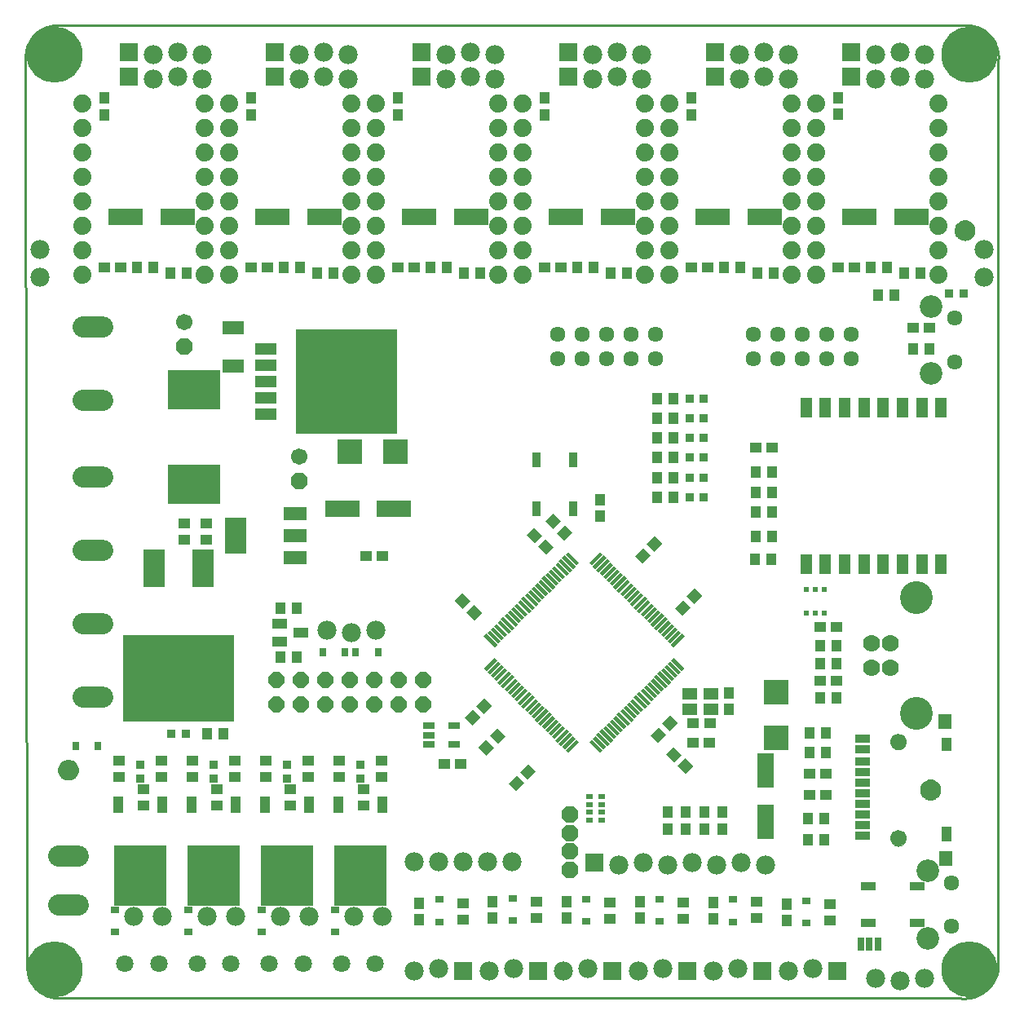
<source format=gts>
G75*
G70*
%OFA0B0*%
%FSLAX24Y24*%
%IPPOS*%
%LPD*%
%AMOC8*
5,1,8,0,0,1.08239X$1,22.5*
%
%ADD10C,0.0100*%
%ADD11R,0.0146X0.0631*%
%ADD12R,0.0631X0.0146*%
%ADD13R,0.0591X0.0512*%
%ADD14R,0.0473X0.0434*%
%ADD15R,0.0434X0.0473*%
%ADD16R,0.0640X0.0340*%
%ADD17R,0.0355X0.0355*%
%ADD18R,0.0340X0.0640*%
%ADD19C,0.0700*%
%ADD20C,0.1340*%
%ADD21R,0.0237X0.0237*%
%ADD22C,0.0634*%
%ADD23R,0.0367X0.0288*%
%ADD24R,0.1040X0.1040*%
%ADD25R,0.4138X0.4292*%
%ADD26R,0.0890X0.0460*%
%ADD27R,0.2166X0.1615*%
%ADD28R,0.0867X0.0540*%
%ADD29OC8,0.0670*%
%ADD30C,0.0670*%
%ADD31R,0.0512X0.0827*%
%ADD32C,0.0926*%
%ADD33C,0.0780*%
%ADD34R,0.0571X0.0631*%
%ADD35R,0.0434X0.0591*%
%ADD36R,0.0434X0.0552*%
%ADD37R,0.0631X0.0335*%
%ADD38C,0.0000*%
%ADD39C,0.0670*%
%ADD40R,0.0780X0.0780*%
%ADD41C,0.0740*%
%ADD42R,0.1418X0.0670*%
%ADD43R,0.0860X0.1540*%
%ADD44R,0.4540X0.3540*%
%ADD45C,0.0865*%
%ADD46C,0.0050*%
%ADD47R,0.2166X0.2481*%
%ADD48R,0.0434X0.0670*%
%ADD49C,0.0709*%
%ADD50R,0.0920X0.0520*%
%ADD51R,0.0906X0.1457*%
%ADD52R,0.0296X0.0237*%
%ADD53R,0.0591X0.0434*%
%ADD54R,0.0288X0.0367*%
%ADD55OC8,0.0640*%
%ADD56R,0.0512X0.0257*%
%ADD57R,0.0290X0.0540*%
%ADD58R,0.0670X0.1418*%
%ADD59C,0.2290*%
D10*
X002393Y001821D02*
X002330Y038999D01*
X002331Y038998D02*
X002328Y039067D01*
X002329Y039135D01*
X002334Y039203D01*
X002343Y039271D01*
X002355Y039339D01*
X002371Y039405D01*
X002390Y039471D01*
X002413Y039535D01*
X002440Y039599D01*
X002470Y039660D01*
X002503Y039720D01*
X002539Y039778D01*
X002578Y039834D01*
X002621Y039888D01*
X002666Y039939D01*
X002714Y039988D01*
X002764Y040034D01*
X002817Y040078D01*
X002873Y040118D01*
X002930Y040156D01*
X002989Y040190D01*
X003050Y040221D01*
X003113Y040249D01*
X003177Y040273D01*
X003242Y040294D01*
X003308Y040311D01*
X003375Y040324D01*
X003443Y040334D01*
X003511Y040340D01*
X003511Y040341D02*
X040913Y040341D01*
X040983Y040333D01*
X041052Y040321D01*
X041121Y040306D01*
X041188Y040287D01*
X041255Y040264D01*
X041320Y040238D01*
X041384Y040208D01*
X041446Y040175D01*
X041506Y040138D01*
X041564Y040098D01*
X041619Y040056D01*
X041673Y040010D01*
X041724Y039961D01*
X041772Y039910D01*
X041817Y039856D01*
X041859Y039800D01*
X041898Y039741D01*
X041934Y039681D01*
X041967Y039619D01*
X041996Y039555D01*
X042022Y039489D01*
X042044Y039423D01*
X042062Y039355D01*
X042077Y039286D01*
X042088Y039217D01*
X042095Y039147D01*
X042099Y039077D01*
X042098Y039006D01*
X042094Y038936D01*
X042094Y001759D01*
X042095Y001759D02*
X042081Y001685D01*
X042063Y001613D01*
X042042Y001541D01*
X042016Y001471D01*
X041988Y001402D01*
X041955Y001334D01*
X041919Y001269D01*
X041880Y001205D01*
X041837Y001144D01*
X041792Y001085D01*
X041743Y001028D01*
X041691Y000974D01*
X041637Y000923D01*
X041580Y000874D01*
X041520Y000829D01*
X041459Y000787D01*
X041395Y000748D01*
X041329Y000712D01*
X041261Y000680D01*
X041192Y000652D01*
X041122Y000627D01*
X041050Y000606D01*
X040977Y000589D01*
X040904Y000576D01*
X040829Y000566D01*
X040755Y000561D01*
X040680Y000559D01*
X040605Y000561D01*
X040531Y000567D01*
X040457Y000577D01*
X040456Y000578D02*
X003699Y000578D01*
X003698Y000577D02*
X003629Y000578D01*
X003560Y000581D01*
X003492Y000589D01*
X003424Y000600D01*
X003356Y000615D01*
X003290Y000634D01*
X003224Y000656D01*
X003160Y000682D01*
X003098Y000711D01*
X003037Y000744D01*
X002978Y000779D01*
X002921Y000818D01*
X002866Y000860D01*
X002813Y000905D01*
X002763Y000953D01*
X002716Y001003D01*
X002671Y001056D01*
X002630Y001111D01*
X002591Y001168D01*
X002555Y001227D01*
X002523Y001288D01*
X002494Y001351D01*
X002469Y001415D01*
X002447Y001481D01*
X002429Y001547D01*
X002414Y001615D01*
X002403Y001683D01*
X002396Y001752D01*
X002392Y001821D01*
D11*
G36*
X021611Y015023D02*
X021508Y014920D01*
X021063Y015365D01*
X021166Y015468D01*
X021611Y015023D01*
G37*
G36*
X021750Y015162D02*
X021647Y015059D01*
X021202Y015504D01*
X021305Y015607D01*
X021750Y015162D01*
G37*
G36*
X021889Y015301D02*
X021786Y015198D01*
X021341Y015643D01*
X021444Y015746D01*
X021889Y015301D01*
G37*
G36*
X022028Y015441D02*
X021925Y015338D01*
X021480Y015783D01*
X021583Y015886D01*
X022028Y015441D01*
G37*
G36*
X022168Y015580D02*
X022065Y015477D01*
X021620Y015922D01*
X021723Y016025D01*
X022168Y015580D01*
G37*
G36*
X022307Y015719D02*
X022204Y015616D01*
X021759Y016061D01*
X021862Y016164D01*
X022307Y015719D01*
G37*
G36*
X022446Y015858D02*
X022343Y015755D01*
X021898Y016200D01*
X022001Y016303D01*
X022446Y015858D01*
G37*
G36*
X022585Y015997D02*
X022482Y015894D01*
X022037Y016339D01*
X022140Y016442D01*
X022585Y015997D01*
G37*
G36*
X022724Y016137D02*
X022621Y016034D01*
X022176Y016479D01*
X022279Y016582D01*
X022724Y016137D01*
G37*
G36*
X022864Y016276D02*
X022761Y016173D01*
X022316Y016618D01*
X022419Y016721D01*
X022864Y016276D01*
G37*
G36*
X023003Y016415D02*
X022900Y016312D01*
X022455Y016757D01*
X022558Y016860D01*
X023003Y016415D01*
G37*
G36*
X023142Y016554D02*
X023039Y016451D01*
X022594Y016896D01*
X022697Y016999D01*
X023142Y016554D01*
G37*
G36*
X023281Y016693D02*
X023178Y016590D01*
X022733Y017035D01*
X022836Y017138D01*
X023281Y016693D01*
G37*
G36*
X023420Y016833D02*
X023317Y016730D01*
X022872Y017175D01*
X022975Y017278D01*
X023420Y016833D01*
G37*
G36*
X023560Y016972D02*
X023457Y016869D01*
X023012Y017314D01*
X023115Y017417D01*
X023560Y016972D01*
G37*
G36*
X023699Y017111D02*
X023596Y017008D01*
X023151Y017453D01*
X023254Y017556D01*
X023699Y017111D01*
G37*
G36*
X023838Y017250D02*
X023735Y017147D01*
X023290Y017592D01*
X023393Y017695D01*
X023838Y017250D01*
G37*
G36*
X023977Y017389D02*
X023874Y017286D01*
X023429Y017731D01*
X023532Y017834D01*
X023977Y017389D01*
G37*
G36*
X024116Y017529D02*
X024013Y017426D01*
X023568Y017871D01*
X023671Y017974D01*
X024116Y017529D01*
G37*
G36*
X024255Y017668D02*
X024152Y017565D01*
X023707Y018010D01*
X023810Y018113D01*
X024255Y017668D01*
G37*
G36*
X024395Y017807D02*
X024292Y017704D01*
X023847Y018149D01*
X023950Y018252D01*
X024395Y017807D01*
G37*
G36*
X024534Y017946D02*
X024431Y017843D01*
X023986Y018288D01*
X024089Y018391D01*
X024534Y017946D01*
G37*
G36*
X024673Y018085D02*
X024570Y017982D01*
X024125Y018427D01*
X024228Y018530D01*
X024673Y018085D01*
G37*
G36*
X024812Y018225D02*
X024709Y018122D01*
X024264Y018567D01*
X024367Y018670D01*
X024812Y018225D01*
G37*
G36*
X024951Y018364D02*
X024848Y018261D01*
X024403Y018706D01*
X024506Y018809D01*
X024951Y018364D01*
G37*
G36*
X029266Y014049D02*
X029163Y013946D01*
X028718Y014391D01*
X028821Y014494D01*
X029266Y014049D01*
G37*
G36*
X029127Y013910D02*
X029024Y013807D01*
X028579Y014252D01*
X028682Y014355D01*
X029127Y013910D01*
G37*
G36*
X028988Y013770D02*
X028885Y013667D01*
X028440Y014112D01*
X028543Y014215D01*
X028988Y013770D01*
G37*
G36*
X028849Y013631D02*
X028746Y013528D01*
X028301Y013973D01*
X028404Y014076D01*
X028849Y013631D01*
G37*
G36*
X028710Y013492D02*
X028607Y013389D01*
X028162Y013834D01*
X028265Y013937D01*
X028710Y013492D01*
G37*
G36*
X028571Y013353D02*
X028468Y013250D01*
X028023Y013695D01*
X028126Y013798D01*
X028571Y013353D01*
G37*
G36*
X028431Y013214D02*
X028328Y013111D01*
X027883Y013556D01*
X027986Y013659D01*
X028431Y013214D01*
G37*
G36*
X028292Y013074D02*
X028189Y012971D01*
X027744Y013416D01*
X027847Y013519D01*
X028292Y013074D01*
G37*
G36*
X028153Y012935D02*
X028050Y012832D01*
X027605Y013277D01*
X027708Y013380D01*
X028153Y012935D01*
G37*
G36*
X028014Y012796D02*
X027911Y012693D01*
X027466Y013138D01*
X027569Y013241D01*
X028014Y012796D01*
G37*
G36*
X027875Y012657D02*
X027772Y012554D01*
X027327Y012999D01*
X027430Y013102D01*
X027875Y012657D01*
G37*
G36*
X027735Y012518D02*
X027632Y012415D01*
X027187Y012860D01*
X027290Y012963D01*
X027735Y012518D01*
G37*
G36*
X027596Y012378D02*
X027493Y012275D01*
X027048Y012720D01*
X027151Y012823D01*
X027596Y012378D01*
G37*
G36*
X027457Y012239D02*
X027354Y012136D01*
X026909Y012581D01*
X027012Y012684D01*
X027457Y012239D01*
G37*
G36*
X027318Y012100D02*
X027215Y011997D01*
X026770Y012442D01*
X026873Y012545D01*
X027318Y012100D01*
G37*
G36*
X027179Y011961D02*
X027076Y011858D01*
X026631Y012303D01*
X026734Y012406D01*
X027179Y011961D01*
G37*
G36*
X027039Y011822D02*
X026936Y011719D01*
X026491Y012164D01*
X026594Y012267D01*
X027039Y011822D01*
G37*
G36*
X026900Y011682D02*
X026797Y011579D01*
X026352Y012024D01*
X026455Y012127D01*
X026900Y011682D01*
G37*
G36*
X026761Y011543D02*
X026658Y011440D01*
X026213Y011885D01*
X026316Y011988D01*
X026761Y011543D01*
G37*
G36*
X026622Y011404D02*
X026519Y011301D01*
X026074Y011746D01*
X026177Y011849D01*
X026622Y011404D01*
G37*
G36*
X026483Y011265D02*
X026380Y011162D01*
X025935Y011607D01*
X026038Y011710D01*
X026483Y011265D01*
G37*
G36*
X026343Y011126D02*
X026240Y011023D01*
X025795Y011468D01*
X025898Y011571D01*
X026343Y011126D01*
G37*
G36*
X026204Y010986D02*
X026101Y010883D01*
X025656Y011328D01*
X025759Y011431D01*
X026204Y010986D01*
G37*
G36*
X026065Y010847D02*
X025962Y010744D01*
X025517Y011189D01*
X025620Y011292D01*
X026065Y010847D01*
G37*
G36*
X025926Y010708D02*
X025823Y010605D01*
X025378Y011050D01*
X025481Y011153D01*
X025926Y010708D01*
G37*
D12*
G36*
X024951Y011050D02*
X024506Y010605D01*
X024403Y010708D01*
X024848Y011153D01*
X024951Y011050D01*
G37*
G36*
X024812Y011189D02*
X024367Y010744D01*
X024264Y010847D01*
X024709Y011292D01*
X024812Y011189D01*
G37*
G36*
X024673Y011328D02*
X024228Y010883D01*
X024125Y010986D01*
X024570Y011431D01*
X024673Y011328D01*
G37*
G36*
X024534Y011468D02*
X024089Y011023D01*
X023986Y011126D01*
X024431Y011571D01*
X024534Y011468D01*
G37*
G36*
X024395Y011607D02*
X023950Y011162D01*
X023847Y011265D01*
X024292Y011710D01*
X024395Y011607D01*
G37*
G36*
X024255Y011746D02*
X023810Y011301D01*
X023707Y011404D01*
X024152Y011849D01*
X024255Y011746D01*
G37*
G36*
X024116Y011885D02*
X023671Y011440D01*
X023568Y011543D01*
X024013Y011988D01*
X024116Y011885D01*
G37*
G36*
X023977Y012024D02*
X023532Y011579D01*
X023429Y011682D01*
X023874Y012127D01*
X023977Y012024D01*
G37*
G36*
X023838Y012164D02*
X023393Y011719D01*
X023290Y011822D01*
X023735Y012267D01*
X023838Y012164D01*
G37*
G36*
X023699Y012303D02*
X023254Y011858D01*
X023151Y011961D01*
X023596Y012406D01*
X023699Y012303D01*
G37*
G36*
X023560Y012442D02*
X023115Y011997D01*
X023012Y012100D01*
X023457Y012545D01*
X023560Y012442D01*
G37*
G36*
X023420Y012581D02*
X022975Y012136D01*
X022872Y012239D01*
X023317Y012684D01*
X023420Y012581D01*
G37*
G36*
X023281Y012720D02*
X022836Y012275D01*
X022733Y012378D01*
X023178Y012823D01*
X023281Y012720D01*
G37*
G36*
X023142Y012860D02*
X022697Y012415D01*
X022594Y012518D01*
X023039Y012963D01*
X023142Y012860D01*
G37*
G36*
X023003Y012999D02*
X022558Y012554D01*
X022455Y012657D01*
X022900Y013102D01*
X023003Y012999D01*
G37*
G36*
X022864Y013138D02*
X022419Y012693D01*
X022316Y012796D01*
X022761Y013241D01*
X022864Y013138D01*
G37*
G36*
X022724Y013277D02*
X022279Y012832D01*
X022176Y012935D01*
X022621Y013380D01*
X022724Y013277D01*
G37*
G36*
X022585Y013416D02*
X022140Y012971D01*
X022037Y013074D01*
X022482Y013519D01*
X022585Y013416D01*
G37*
G36*
X022446Y013556D02*
X022001Y013111D01*
X021898Y013214D01*
X022343Y013659D01*
X022446Y013556D01*
G37*
G36*
X022307Y013695D02*
X021862Y013250D01*
X021759Y013353D01*
X022204Y013798D01*
X022307Y013695D01*
G37*
G36*
X022168Y013834D02*
X021723Y013389D01*
X021620Y013492D01*
X022065Y013937D01*
X022168Y013834D01*
G37*
G36*
X022028Y013973D02*
X021583Y013528D01*
X021480Y013631D01*
X021925Y014076D01*
X022028Y013973D01*
G37*
G36*
X021889Y014112D02*
X021444Y013667D01*
X021341Y013770D01*
X021786Y014215D01*
X021889Y014112D01*
G37*
G36*
X021750Y014252D02*
X021305Y013807D01*
X021202Y013910D01*
X021647Y014355D01*
X021750Y014252D01*
G37*
G36*
X021611Y014391D02*
X021166Y013946D01*
X021063Y014049D01*
X021508Y014494D01*
X021611Y014391D01*
G37*
G36*
X025926Y018706D02*
X025481Y018261D01*
X025378Y018364D01*
X025823Y018809D01*
X025926Y018706D01*
G37*
G36*
X026065Y018567D02*
X025620Y018122D01*
X025517Y018225D01*
X025962Y018670D01*
X026065Y018567D01*
G37*
G36*
X026204Y018427D02*
X025759Y017982D01*
X025656Y018085D01*
X026101Y018530D01*
X026204Y018427D01*
G37*
G36*
X026343Y018288D02*
X025898Y017843D01*
X025795Y017946D01*
X026240Y018391D01*
X026343Y018288D01*
G37*
G36*
X026483Y018149D02*
X026038Y017704D01*
X025935Y017807D01*
X026380Y018252D01*
X026483Y018149D01*
G37*
G36*
X026622Y018010D02*
X026177Y017565D01*
X026074Y017668D01*
X026519Y018113D01*
X026622Y018010D01*
G37*
G36*
X026761Y017871D02*
X026316Y017426D01*
X026213Y017529D01*
X026658Y017974D01*
X026761Y017871D01*
G37*
G36*
X026900Y017731D02*
X026455Y017286D01*
X026352Y017389D01*
X026797Y017834D01*
X026900Y017731D01*
G37*
G36*
X027039Y017592D02*
X026594Y017147D01*
X026491Y017250D01*
X026936Y017695D01*
X027039Y017592D01*
G37*
G36*
X027179Y017453D02*
X026734Y017008D01*
X026631Y017111D01*
X027076Y017556D01*
X027179Y017453D01*
G37*
G36*
X027318Y017314D02*
X026873Y016869D01*
X026770Y016972D01*
X027215Y017417D01*
X027318Y017314D01*
G37*
G36*
X027457Y017175D02*
X027012Y016730D01*
X026909Y016833D01*
X027354Y017278D01*
X027457Y017175D01*
G37*
G36*
X027596Y017035D02*
X027151Y016590D01*
X027048Y016693D01*
X027493Y017138D01*
X027596Y017035D01*
G37*
G36*
X027735Y016896D02*
X027290Y016451D01*
X027187Y016554D01*
X027632Y016999D01*
X027735Y016896D01*
G37*
G36*
X027875Y016757D02*
X027430Y016312D01*
X027327Y016415D01*
X027772Y016860D01*
X027875Y016757D01*
G37*
G36*
X028014Y016618D02*
X027569Y016173D01*
X027466Y016276D01*
X027911Y016721D01*
X028014Y016618D01*
G37*
G36*
X028153Y016479D02*
X027708Y016034D01*
X027605Y016137D01*
X028050Y016582D01*
X028153Y016479D01*
G37*
G36*
X028292Y016339D02*
X027847Y015894D01*
X027744Y015997D01*
X028189Y016442D01*
X028292Y016339D01*
G37*
G36*
X028431Y016200D02*
X027986Y015755D01*
X027883Y015858D01*
X028328Y016303D01*
X028431Y016200D01*
G37*
G36*
X028571Y016061D02*
X028126Y015616D01*
X028023Y015719D01*
X028468Y016164D01*
X028571Y016061D01*
G37*
G36*
X028710Y015922D02*
X028265Y015477D01*
X028162Y015580D01*
X028607Y016025D01*
X028710Y015922D01*
G37*
G36*
X028849Y015783D02*
X028404Y015338D01*
X028301Y015441D01*
X028746Y015886D01*
X028849Y015783D01*
G37*
G36*
X028988Y015643D02*
X028543Y015198D01*
X028440Y015301D01*
X028885Y015746D01*
X028988Y015643D01*
G37*
G36*
X029127Y015504D02*
X028682Y015059D01*
X028579Y015162D01*
X029024Y015607D01*
X029127Y015504D01*
G37*
G36*
X029266Y015365D02*
X028821Y014920D01*
X028718Y015023D01*
X029163Y015468D01*
X029266Y015365D01*
G37*
D13*
X029482Y013022D03*
X029482Y012392D03*
X030348Y012392D03*
X030348Y013022D03*
D14*
X030299Y011807D03*
X030296Y011011D03*
X029626Y011011D03*
X029630Y011807D03*
G36*
X028980Y011823D02*
X028647Y011490D01*
X028340Y011797D01*
X028673Y012130D01*
X028980Y011823D01*
G37*
G36*
X028506Y011349D02*
X028173Y011016D01*
X027866Y011323D01*
X028199Y011656D01*
X028506Y011349D01*
G37*
G36*
X028854Y010219D02*
X028521Y010552D01*
X028828Y010859D01*
X029161Y010526D01*
X028854Y010219D01*
G37*
G36*
X029327Y009746D02*
X028994Y010079D01*
X029301Y010386D01*
X029634Y010053D01*
X029327Y009746D01*
G37*
X034392Y009759D03*
X035062Y009759D03*
X035049Y008871D03*
X034379Y008871D03*
X032201Y004508D03*
X032201Y003839D03*
X029201Y003817D03*
X029201Y004486D03*
X026209Y004488D03*
X026209Y003819D03*
X023209Y003837D03*
X023209Y004507D03*
X020201Y004461D03*
X020201Y003792D03*
X016143Y008430D03*
X016143Y009100D03*
X016893Y009618D03*
X016893Y010287D03*
X015143Y010287D03*
X015143Y009618D03*
X013893Y009618D03*
X013893Y010287D03*
X013143Y009100D03*
X013143Y008430D03*
X012143Y009618D03*
X012143Y010287D03*
X010893Y010287D03*
X010893Y009618D03*
X010143Y009100D03*
X010143Y008430D03*
X009143Y009618D03*
X009143Y010287D03*
X007893Y010287D03*
X007893Y009618D03*
X007143Y009100D03*
X007143Y008430D03*
X006143Y009618D03*
X006143Y010287D03*
X008830Y019305D03*
X008830Y019975D03*
X009705Y019975D03*
X009705Y019305D03*
X016251Y018658D03*
X016920Y018658D03*
G36*
X020196Y017129D02*
X020529Y016796D01*
X020222Y016489D01*
X019889Y016822D01*
X020196Y017129D01*
G37*
G36*
X020669Y016656D02*
X021002Y016323D01*
X020695Y016016D01*
X020362Y016349D01*
X020669Y016656D01*
G37*
G36*
X023133Y019179D02*
X022800Y019512D01*
X023107Y019819D01*
X023440Y019486D01*
X023133Y019179D01*
G37*
G36*
X023606Y018706D02*
X023273Y019039D01*
X023580Y019346D01*
X023913Y019013D01*
X023606Y018706D01*
G37*
G36*
X027233Y018657D02*
X027566Y018990D01*
X027873Y018683D01*
X027540Y018350D01*
X027233Y018657D01*
G37*
G36*
X027706Y019131D02*
X028039Y019464D01*
X028346Y019157D01*
X028013Y018824D01*
X027706Y019131D01*
G37*
G36*
X029978Y017022D02*
X029645Y016689D01*
X029338Y016996D01*
X029671Y017329D01*
X029978Y017022D01*
G37*
G36*
X029505Y016549D02*
X029172Y016216D01*
X028865Y016523D01*
X029198Y016856D01*
X029505Y016549D01*
G37*
X034826Y015735D03*
X035496Y015735D03*
X035476Y013536D03*
X034807Y013536D03*
X035201Y004421D03*
X035201Y003751D03*
G36*
X022543Y009810D02*
X022876Y010143D01*
X023183Y009836D01*
X022850Y009503D01*
X022543Y009810D01*
G37*
G36*
X022070Y009337D02*
X022403Y009670D01*
X022710Y009363D01*
X022377Y009030D01*
X022070Y009337D01*
G37*
X020102Y010140D03*
X019433Y010140D03*
G36*
X020269Y012029D02*
X020602Y012362D01*
X020909Y012055D01*
X020576Y011722D01*
X020269Y012029D01*
G37*
G36*
X020742Y012502D02*
X021075Y012835D01*
X021382Y012528D01*
X021049Y012195D01*
X020742Y012502D01*
G37*
X032188Y023094D03*
X032858Y023094D03*
X038620Y027969D03*
X039290Y027969D03*
X036227Y030453D03*
X035558Y030453D03*
X030227Y030453D03*
X029558Y030453D03*
X024227Y030453D03*
X023558Y030453D03*
X018227Y030453D03*
X017558Y030453D03*
X012227Y030453D03*
X011558Y030453D03*
X006227Y030453D03*
X005558Y030453D03*
D15*
X006870Y030453D03*
X007540Y030453D03*
X008245Y030203D03*
X008915Y030203D03*
X012870Y030453D03*
X013540Y030453D03*
X014245Y030203D03*
X014915Y030203D03*
X018870Y030453D03*
X019540Y030453D03*
X020245Y030203D03*
X020915Y030203D03*
X024870Y030453D03*
X025540Y030453D03*
X026245Y030203D03*
X026915Y030203D03*
X030870Y030453D03*
X031540Y030453D03*
X032245Y030203D03*
X032915Y030203D03*
X036870Y030453D03*
X037540Y030453D03*
X038245Y030203D03*
X038915Y030203D03*
X037852Y029296D03*
X037183Y029296D03*
X038625Y027097D03*
X039295Y027097D03*
X032858Y022072D03*
X032188Y022072D03*
X032173Y021259D03*
X032843Y021259D03*
X032838Y020441D03*
X032169Y020441D03*
X032169Y019437D03*
X032838Y019437D03*
X032818Y018512D03*
X032149Y018512D03*
X028821Y021033D03*
X028152Y021033D03*
X028152Y021852D03*
X028821Y021852D03*
X028821Y022664D03*
X028152Y022664D03*
X028152Y023471D03*
X028821Y023471D03*
X028820Y024276D03*
X028151Y024276D03*
X028151Y025078D03*
X028820Y025078D03*
X025803Y020944D03*
X025803Y020275D03*
G36*
X024378Y019922D02*
X024685Y019615D01*
X024352Y019282D01*
X024045Y019589D01*
X024378Y019922D01*
G37*
G36*
X023905Y020395D02*
X024212Y020088D01*
X023879Y019755D01*
X023572Y020062D01*
X023905Y020395D01*
G37*
X031065Y013042D03*
X031065Y012372D03*
X034386Y011420D03*
X035055Y011420D03*
X035055Y010602D03*
X034386Y010602D03*
X034807Y012832D03*
X035476Y012832D03*
X035476Y014239D03*
X034807Y014239D03*
X034807Y014983D03*
X035476Y014983D03*
X030830Y008162D03*
X030830Y007493D03*
X030080Y007493D03*
X029330Y007493D03*
X029330Y008162D03*
X030080Y008162D03*
X028580Y008162D03*
X028580Y007493D03*
X027459Y004509D03*
X027459Y003840D03*
X024459Y003833D03*
X024459Y004502D03*
X021409Y004511D03*
X021409Y003841D03*
X018409Y003791D03*
X018409Y004461D03*
G36*
X021476Y010797D02*
X021169Y010490D01*
X020836Y010823D01*
X021143Y011130D01*
X021476Y010797D01*
G37*
G36*
X021949Y011270D02*
X021642Y010963D01*
X021309Y011296D01*
X021616Y011603D01*
X021949Y011270D01*
G37*
X013415Y014515D03*
X012745Y014515D03*
X012745Y016515D03*
X013415Y016515D03*
X010415Y011390D03*
X009745Y011390D03*
X030459Y004479D03*
X030459Y003810D03*
X033459Y003758D03*
X033459Y004427D03*
X034323Y007032D03*
X034992Y007032D03*
X034993Y007915D03*
X034324Y007915D03*
X035561Y036699D03*
X035561Y037368D03*
X029561Y037362D03*
X029561Y036693D03*
X023561Y036693D03*
X023561Y037362D03*
X017561Y037362D03*
X017561Y036693D03*
X011549Y036693D03*
X011549Y037362D03*
X005561Y037362D03*
X005561Y036693D03*
D16*
X036779Y005151D03*
X036779Y003651D03*
X038779Y003651D03*
X038779Y005151D03*
D17*
X030057Y021033D03*
X029466Y021033D03*
X029466Y021852D03*
X030057Y021852D03*
X030057Y022664D03*
X029466Y022664D03*
X029466Y023471D03*
X030057Y023471D03*
X030060Y024276D03*
X029470Y024276D03*
X029470Y025078D03*
X030060Y025078D03*
X040097Y029390D03*
X040688Y029390D03*
X016018Y010123D03*
X016018Y009532D03*
X013018Y009532D03*
X013018Y010123D03*
X010018Y010123D03*
X010018Y009532D03*
X008875Y011390D03*
X008285Y011390D03*
X007018Y010123D03*
X007018Y009532D03*
D18*
X023198Y020562D03*
X024698Y020562D03*
X024698Y022562D03*
X023198Y022562D03*
D19*
X036913Y015063D03*
X037693Y015063D03*
X037693Y014079D03*
X036913Y014079D03*
D20*
X038763Y012201D03*
X038763Y016941D03*
D21*
X034995Y017264D03*
X034621Y017264D03*
X034247Y017264D03*
X034247Y016319D03*
X034621Y016319D03*
X034995Y016319D03*
D22*
X035080Y026703D03*
X035080Y027703D03*
X036080Y027703D03*
X036080Y026703D03*
X034080Y026703D03*
X034080Y027703D03*
X033080Y027703D03*
X032080Y027703D03*
X032080Y026703D03*
X033080Y026703D03*
X028080Y026703D03*
X028080Y027703D03*
X027080Y027703D03*
X027080Y026703D03*
X026080Y026703D03*
X026080Y027703D03*
X025080Y027703D03*
X024080Y027703D03*
X024080Y026703D03*
X025080Y026703D03*
X040322Y026593D03*
X040322Y028364D03*
X040197Y005286D03*
X040197Y003514D03*
D23*
X034260Y003631D03*
X034260Y004537D03*
X031260Y004599D03*
X031260Y003693D03*
X028260Y003721D03*
X028260Y004627D03*
X025260Y004620D03*
X025260Y003715D03*
X022260Y003735D03*
X022260Y004640D03*
X019260Y004598D03*
X019260Y003692D03*
X014980Y003275D03*
X014980Y004180D03*
X011980Y004180D03*
X011980Y003275D03*
X008980Y003275D03*
X008980Y004180D03*
X005980Y004180D03*
X005980Y003275D03*
D24*
X015584Y022910D03*
X017434Y022910D03*
X032999Y013073D03*
X032999Y011223D03*
D25*
X015444Y025782D03*
D26*
X012164Y025782D03*
X012164Y026452D03*
X012164Y027122D03*
X012164Y025112D03*
X012164Y024442D03*
D27*
X009202Y025444D03*
X009202Y021585D03*
D28*
X010830Y026423D03*
X010830Y027982D03*
D29*
X008798Y027223D03*
X013526Y021727D03*
X024580Y008078D03*
X024580Y007328D03*
X024580Y006578D03*
X024580Y005828D03*
D30*
X013526Y022727D03*
X008798Y028223D03*
D31*
X034241Y024697D03*
X035029Y024697D03*
X035816Y024697D03*
X036604Y024697D03*
X037391Y024697D03*
X038178Y024697D03*
X038966Y024697D03*
X039753Y024697D03*
X039753Y018319D03*
X038966Y018319D03*
X038178Y018319D03*
X037391Y018319D03*
X036604Y018319D03*
X035816Y018319D03*
X035029Y018319D03*
X034241Y018319D03*
D32*
X039338Y026101D03*
X039338Y028857D03*
X039213Y005778D03*
X039213Y003022D03*
D33*
X039080Y001378D03*
X038080Y001278D03*
X037080Y001378D03*
X034517Y001784D03*
X033517Y001684D03*
X031454Y001784D03*
X030454Y001684D03*
X028393Y001784D03*
X027393Y001684D03*
X025329Y001784D03*
X024329Y001684D03*
X022267Y001784D03*
X021267Y001684D03*
X019204Y001784D03*
X018204Y001684D03*
X016900Y003928D03*
X015760Y003928D03*
X013900Y003928D03*
X012760Y003928D03*
X010900Y003928D03*
X009760Y003928D03*
X007900Y003928D03*
X006760Y003928D03*
X018208Y006150D03*
X019208Y006150D03*
X020208Y006150D03*
X021208Y006150D03*
X022208Y006150D03*
X026580Y006028D03*
X027580Y006128D03*
X028580Y006028D03*
X029580Y006128D03*
X030580Y006028D03*
X031580Y006128D03*
X032580Y006028D03*
X016643Y015628D03*
X015643Y015528D03*
X014643Y015628D03*
X002924Y030039D03*
X002924Y031179D03*
X007536Y038153D03*
X007536Y039153D03*
X008536Y039253D03*
X009536Y039153D03*
X009536Y038153D03*
X008536Y038253D03*
X013518Y038153D03*
X014518Y038253D03*
X015518Y038153D03*
X015518Y039153D03*
X014518Y039253D03*
X013518Y039153D03*
X019518Y039153D03*
X019518Y038153D03*
X020518Y038253D03*
X021518Y038153D03*
X021518Y039153D03*
X020518Y039253D03*
X025518Y039153D03*
X026518Y039253D03*
X027518Y039153D03*
X027518Y038153D03*
X026518Y038253D03*
X025518Y038153D03*
X031518Y038153D03*
X032518Y038253D03*
X033518Y038153D03*
X033518Y039153D03*
X032518Y039253D03*
X031518Y039153D03*
X037080Y039153D03*
X038080Y039253D03*
X038080Y038253D03*
X037080Y038153D03*
X039080Y038153D03*
X039080Y039153D03*
X041518Y031179D03*
X041518Y030039D03*
D34*
X039928Y011862D03*
X039948Y006292D03*
D35*
X039987Y007286D03*
D36*
X039987Y010957D03*
D37*
X036533Y011173D03*
X036533Y010740D03*
X036533Y010229D03*
X036533Y009796D03*
X036533Y009362D03*
X036533Y008929D03*
X036533Y008496D03*
X036533Y008063D03*
X036533Y007630D03*
X036533Y007197D03*
D38*
X037684Y007109D02*
X037686Y007144D01*
X037692Y007179D01*
X037702Y007213D01*
X037715Y007246D01*
X037732Y007277D01*
X037753Y007305D01*
X037776Y007332D01*
X037803Y007355D01*
X037831Y007376D01*
X037862Y007393D01*
X037895Y007406D01*
X037929Y007416D01*
X037964Y007422D01*
X037999Y007424D01*
X038034Y007422D01*
X038069Y007416D01*
X038103Y007406D01*
X038136Y007393D01*
X038167Y007376D01*
X038195Y007355D01*
X038222Y007332D01*
X038245Y007305D01*
X038266Y007277D01*
X038283Y007246D01*
X038296Y007213D01*
X038306Y007179D01*
X038312Y007144D01*
X038314Y007109D01*
X038312Y007074D01*
X038306Y007039D01*
X038296Y007005D01*
X038283Y006972D01*
X038266Y006941D01*
X038245Y006913D01*
X038222Y006886D01*
X038195Y006863D01*
X038167Y006842D01*
X038136Y006825D01*
X038103Y006812D01*
X038069Y006802D01*
X038034Y006796D01*
X037999Y006794D01*
X037964Y006796D01*
X037929Y006802D01*
X037895Y006812D01*
X037862Y006825D01*
X037831Y006842D01*
X037803Y006863D01*
X037776Y006886D01*
X037753Y006913D01*
X037732Y006941D01*
X037715Y006972D01*
X037702Y007005D01*
X037692Y007039D01*
X037686Y007074D01*
X037684Y007109D01*
X037684Y011046D02*
X037686Y011081D01*
X037692Y011116D01*
X037702Y011150D01*
X037715Y011183D01*
X037732Y011214D01*
X037753Y011242D01*
X037776Y011269D01*
X037803Y011292D01*
X037831Y011313D01*
X037862Y011330D01*
X037895Y011343D01*
X037929Y011353D01*
X037964Y011359D01*
X037999Y011361D01*
X038034Y011359D01*
X038069Y011353D01*
X038103Y011343D01*
X038136Y011330D01*
X038167Y011313D01*
X038195Y011292D01*
X038222Y011269D01*
X038245Y011242D01*
X038266Y011214D01*
X038283Y011183D01*
X038296Y011150D01*
X038306Y011116D01*
X038312Y011081D01*
X038314Y011046D01*
X038312Y011011D01*
X038306Y010976D01*
X038296Y010942D01*
X038283Y010909D01*
X038266Y010878D01*
X038245Y010850D01*
X038222Y010823D01*
X038195Y010800D01*
X038167Y010779D01*
X038136Y010762D01*
X038103Y010749D01*
X038069Y010739D01*
X038034Y010733D01*
X037999Y010731D01*
X037964Y010733D01*
X037929Y010739D01*
X037895Y010749D01*
X037862Y010762D01*
X037831Y010779D01*
X037803Y010800D01*
X037776Y010823D01*
X037753Y010850D01*
X037732Y010878D01*
X037715Y010909D01*
X037702Y010942D01*
X037692Y010976D01*
X037686Y011011D01*
X037684Y011046D01*
D39*
X037999Y011046D03*
X037999Y007109D03*
D40*
X035517Y001684D03*
X032454Y001684D03*
X029393Y001684D03*
X026329Y001684D03*
X023267Y001684D03*
X020204Y001684D03*
X025580Y006128D03*
X024518Y038253D03*
X024518Y039253D03*
X030518Y039253D03*
X030518Y038253D03*
X036080Y038253D03*
X036080Y039253D03*
X018518Y039253D03*
X018518Y038253D03*
X012518Y038253D03*
X012518Y039253D03*
X006536Y039253D03*
X006536Y038253D03*
D41*
X004661Y037159D03*
X004661Y036159D03*
X004661Y035159D03*
X004661Y034159D03*
X004661Y033159D03*
X004661Y032159D03*
X004661Y031159D03*
X004661Y030159D03*
X009661Y030159D03*
X009661Y031159D03*
X009661Y032159D03*
X010658Y032159D03*
X010658Y031159D03*
X010658Y030159D03*
X010658Y033159D03*
X010658Y034159D03*
X009661Y034159D03*
X009661Y033159D03*
X009661Y035159D03*
X009661Y036159D03*
X010658Y036159D03*
X010658Y035159D03*
X010658Y037159D03*
X009661Y037159D03*
X015658Y037159D03*
X016658Y037159D03*
X016658Y036159D03*
X015658Y036159D03*
X015658Y035159D03*
X016658Y035159D03*
X016658Y034159D03*
X015658Y034159D03*
X015658Y033159D03*
X016658Y033159D03*
X016658Y032159D03*
X015658Y032159D03*
X015658Y031159D03*
X016658Y031159D03*
X016658Y030159D03*
X015658Y030159D03*
X021658Y030159D03*
X021658Y031159D03*
X021658Y032159D03*
X021658Y033159D03*
X021658Y034159D03*
X021658Y035159D03*
X021658Y036159D03*
X021658Y037159D03*
X022658Y037159D03*
X022658Y036159D03*
X022658Y035159D03*
X022658Y034159D03*
X022658Y033159D03*
X022658Y032159D03*
X022658Y031159D03*
X022658Y030159D03*
X027658Y030159D03*
X027658Y031159D03*
X027658Y032159D03*
X028658Y032159D03*
X028658Y031159D03*
X028658Y030159D03*
X028658Y033159D03*
X028658Y034159D03*
X027658Y034159D03*
X027658Y033159D03*
X027658Y035159D03*
X027658Y036159D03*
X028658Y036159D03*
X028658Y035159D03*
X028658Y037159D03*
X027658Y037159D03*
X033658Y037159D03*
X034658Y037159D03*
X034658Y036159D03*
X034658Y035159D03*
X033658Y035159D03*
X033658Y036159D03*
X033658Y034159D03*
X033658Y033159D03*
X034658Y033159D03*
X034658Y034159D03*
X034658Y032159D03*
X034658Y031159D03*
X034658Y030159D03*
X033658Y030159D03*
X033658Y031159D03*
X033658Y032159D03*
X039658Y032159D03*
X039658Y031159D03*
X039658Y030159D03*
X039658Y033159D03*
X039658Y034159D03*
X039658Y035159D03*
X039658Y036159D03*
X039658Y037159D03*
D42*
X038549Y032515D03*
X036423Y032515D03*
X032549Y032515D03*
X030423Y032515D03*
X026549Y032515D03*
X024423Y032515D03*
X020549Y032515D03*
X018423Y032515D03*
X014549Y032515D03*
X012423Y032515D03*
X008549Y032515D03*
X006423Y032515D03*
X015267Y020578D03*
X017393Y020578D03*
D43*
X009580Y018140D03*
X007580Y018140D03*
D44*
X008580Y013640D03*
D45*
X005493Y012890D02*
X004668Y012890D01*
X004668Y015890D02*
X005493Y015890D01*
X005493Y018890D02*
X004668Y018890D01*
X004668Y021890D02*
X005493Y021890D01*
X005493Y025015D02*
X004668Y025015D01*
X004668Y028015D02*
X005493Y028015D01*
X004493Y006390D02*
X003668Y006390D01*
X003668Y004390D02*
X004493Y004390D01*
D46*
X004080Y009496D02*
X004148Y009502D01*
X004215Y009520D01*
X004277Y009549D01*
X004333Y009588D01*
X004382Y009637D01*
X004421Y009693D01*
X004450Y009755D01*
X004468Y009822D01*
X004474Y009890D01*
X004468Y009958D01*
X004450Y010025D01*
X004421Y010087D01*
X004382Y010143D01*
X004333Y010192D01*
X004277Y010231D01*
X004215Y010260D01*
X004148Y010278D01*
X004080Y010284D01*
X004012Y010278D01*
X003945Y010260D01*
X003883Y010231D01*
X003827Y010192D01*
X003778Y010143D01*
X003739Y010087D01*
X003710Y010025D01*
X003692Y009958D01*
X003686Y009890D01*
X003692Y009822D01*
X003710Y009755D01*
X003739Y009693D01*
X003778Y009637D01*
X003827Y009588D01*
X003883Y009549D01*
X003945Y009520D01*
X004012Y009502D01*
X004080Y009496D01*
X004020Y009502D02*
X004140Y009502D01*
X004278Y009550D02*
X003882Y009550D01*
X003817Y009599D02*
X004343Y009599D01*
X004389Y009647D02*
X003771Y009647D01*
X003738Y009696D02*
X004422Y009696D01*
X004445Y009744D02*
X003715Y009744D01*
X003700Y009793D02*
X004460Y009793D01*
X004469Y009841D02*
X003691Y009841D01*
X003686Y009890D02*
X004474Y009890D01*
X004469Y009938D02*
X003691Y009938D01*
X003700Y009987D02*
X004460Y009987D01*
X004445Y010035D02*
X003715Y010035D01*
X003738Y010084D02*
X004422Y010084D01*
X004389Y010132D02*
X003771Y010132D01*
X003816Y010181D02*
X004344Y010181D01*
X004280Y010229D02*
X003880Y010229D01*
X004011Y010278D02*
X004149Y010278D01*
X038936Y009078D02*
X038942Y009146D01*
X038960Y009212D01*
X038989Y009274D01*
X039028Y009331D01*
X039077Y009379D01*
X039133Y009418D01*
X039195Y009447D01*
X039262Y009465D01*
X039330Y009471D01*
X039398Y009465D01*
X039465Y009447D01*
X039527Y009418D01*
X039583Y009379D01*
X039632Y009331D01*
X039671Y009274D01*
X039700Y009212D01*
X039718Y009146D01*
X039724Y009078D01*
X039718Y009009D01*
X039700Y008943D01*
X039671Y008881D01*
X039632Y008824D01*
X039583Y008776D01*
X039527Y008737D01*
X039465Y008708D01*
X039398Y008690D01*
X039330Y008684D01*
X039262Y008690D01*
X039195Y008708D01*
X039133Y008737D01*
X039077Y008776D01*
X039028Y008824D01*
X038989Y008881D01*
X038960Y008943D01*
X038942Y009009D01*
X038936Y009078D01*
X038937Y009065D02*
X039723Y009065D01*
X039721Y009114D02*
X038939Y009114D01*
X038947Y009162D02*
X039713Y009162D01*
X039700Y009211D02*
X038960Y009211D01*
X038982Y009259D02*
X039678Y009259D01*
X039648Y009308D02*
X039012Y009308D01*
X039054Y009356D02*
X039606Y009356D01*
X039547Y009405D02*
X039113Y009405D01*
X039216Y009453D02*
X039444Y009453D01*
X039718Y009017D02*
X038942Y009017D01*
X038953Y008968D02*
X039707Y008968D01*
X039689Y008920D02*
X038971Y008920D01*
X038996Y008871D02*
X039664Y008871D01*
X039630Y008823D02*
X039030Y008823D01*
X039080Y008774D02*
X039580Y008774D01*
X039503Y008726D02*
X039157Y008726D01*
X040736Y031559D02*
X040805Y031565D01*
X040871Y031583D01*
X040933Y031612D01*
X040989Y031651D01*
X041038Y031699D01*
X041077Y031756D01*
X041106Y031818D01*
X041124Y031884D01*
X041130Y031953D01*
X041124Y032021D01*
X041106Y032087D01*
X041077Y032149D01*
X041038Y032206D01*
X040989Y032254D01*
X040933Y032293D01*
X040871Y032322D01*
X040805Y032340D01*
X040736Y032346D01*
X040668Y032340D01*
X040602Y032322D01*
X040539Y032293D01*
X040483Y032254D01*
X040435Y032206D01*
X040395Y032149D01*
X040366Y032087D01*
X040349Y032021D01*
X040343Y031953D01*
X040349Y031884D01*
X040366Y031818D01*
X040395Y031756D01*
X040435Y031699D01*
X040483Y031651D01*
X040539Y031612D01*
X040602Y031583D01*
X040668Y031565D01*
X040736Y031559D01*
X040652Y031569D02*
X040821Y031569D01*
X040942Y031618D02*
X040531Y031618D01*
X040468Y031666D02*
X041005Y031666D01*
X041049Y031715D02*
X040424Y031715D01*
X040392Y031763D02*
X041081Y031763D01*
X041103Y031812D02*
X040369Y031812D01*
X040355Y031860D02*
X041118Y031860D01*
X041126Y031909D02*
X040346Y031909D01*
X040343Y031957D02*
X041130Y031957D01*
X041125Y032006D02*
X040347Y032006D01*
X040357Y032054D02*
X041115Y032054D01*
X041099Y032103D02*
X040374Y032103D01*
X040397Y032151D02*
X041076Y032151D01*
X041042Y032200D02*
X040431Y032200D01*
X040477Y032248D02*
X040995Y032248D01*
X040926Y032297D02*
X040546Y032297D01*
X040724Y032345D02*
X040748Y032345D01*
D47*
X016018Y005593D03*
X013018Y005593D03*
X010018Y005593D03*
X007018Y005593D03*
D48*
X007915Y008467D03*
X009120Y008467D03*
X010915Y008467D03*
X012120Y008467D03*
X013915Y008467D03*
X015120Y008467D03*
X016915Y008467D03*
X006120Y008467D03*
D49*
X006391Y001976D03*
X007769Y001976D03*
X009341Y001976D03*
X010719Y001976D03*
X012291Y001976D03*
X013669Y001976D03*
X015241Y001976D03*
X016619Y001976D03*
D50*
X013363Y018574D03*
X013363Y019484D03*
X013363Y020394D03*
D51*
X010922Y019484D03*
D52*
X025396Y008800D03*
X025396Y008485D03*
X025396Y008170D03*
X025396Y007855D03*
X025889Y007855D03*
X025889Y008170D03*
X025889Y008485D03*
X025889Y008800D03*
D53*
X013576Y015515D03*
X012709Y015141D03*
X012709Y015889D03*
D54*
X014477Y014728D03*
X015383Y014728D03*
X015827Y014728D03*
X016733Y014728D03*
X005283Y010890D03*
X004377Y010890D03*
D55*
X012580Y012578D03*
X013580Y012578D03*
X014580Y012578D03*
X014580Y013578D03*
X013580Y013578D03*
X012580Y013578D03*
X015580Y013578D03*
X016580Y013578D03*
X017580Y013578D03*
X018580Y013578D03*
X018580Y012578D03*
X017580Y012578D03*
X016580Y012578D03*
X015580Y012578D03*
D56*
X018818Y011702D03*
X018818Y011328D03*
X018818Y010953D03*
X019842Y010953D03*
X019842Y011702D03*
D57*
X036480Y002765D03*
X036830Y002765D03*
X037180Y002765D03*
D58*
X032580Y007765D03*
X032580Y009890D03*
D59*
X040913Y001759D03*
X003511Y001759D03*
X003511Y039160D03*
X040913Y039160D03*
M02*

</source>
